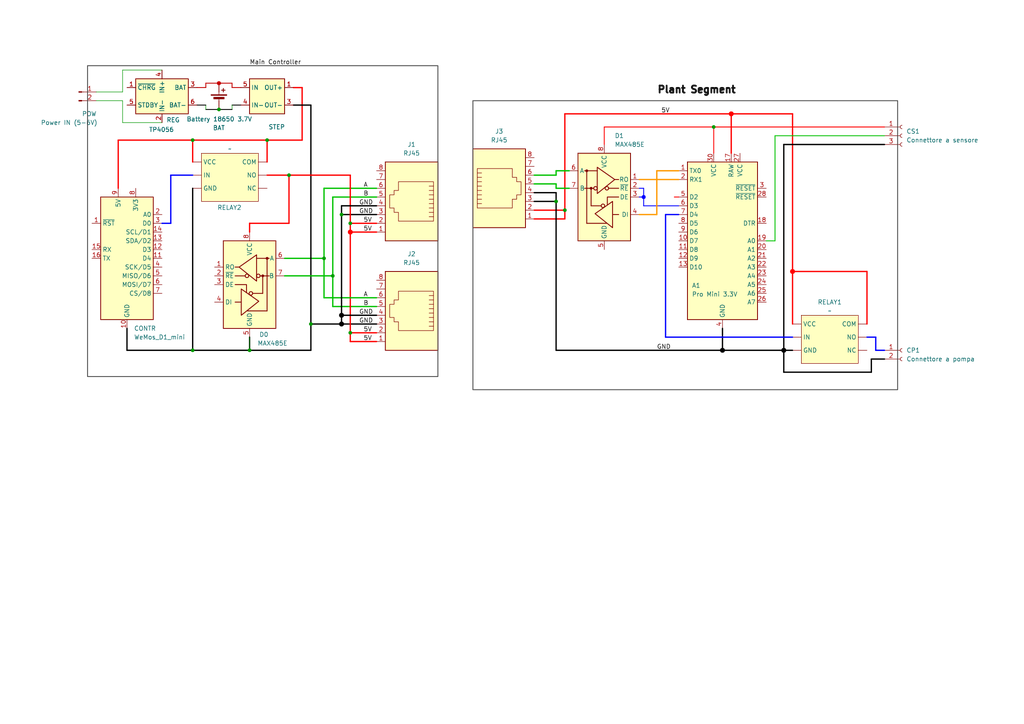
<source format=kicad_sch>
(kicad_sch (version 20231120) (generator "eeschema") (generator_version "8.0")
  (paper "A4")
  (lib_symbols
    (symbol "Connector:Conn_01x02_Pin" (pin_names (offset 1.016) hide)
      (property "Reference" "J" (at 0 2.54 0))
      (property "Value" "Conn_01x02_Pin" (at 0 -5.08 0))
      (symbol "Conn_01x02_Pin_1_1"
        (polyline (pts (xy 1.27 -2.54) (xy 0.8636 -2.54)) (stroke (width 0.1524)))
        (polyline (pts (xy 1.27 0) (xy 0.8636 0)) (stroke (width 0.1524)))
        (rectangle (start 0.8636 -2.413) (end 0 -2.667) (stroke (width 0.1524)) (fill (type outline)))
        (rectangle (start 0.8636 0.127) (end 0 -0.127) (stroke (width 0.1524)) (fill (type outline)))
        (pin passive line (at 5.08 0 180) (length 3.81) (name "Pin_1") (number "1"))
        (pin passive line (at 5.08 -2.54 180) (length 3.81) (name "Pin_2") (number "2"))
      )
    )
    (symbol "Connector:Conn_01x02_Socket" (pin_names (offset 1.016) hide)
      (property "Reference" "J" (at 0 2.54 0))
      (property "Value" "Conn_01x02_Socket" (at 0 -5.08 0))
      (symbol "Conn_01x02_Socket_1_1"
        (arc (start 0 -2.032) (mid -0.5058 -2.54) (end 0 -3.048) (stroke (width 0.1524)))
        (polyline (pts (xy -1.27 -2.54) (xy -0.508 -2.54)) (stroke (width 0.1524)))
        (polyline (pts (xy -1.27 0) (xy -0.508 0)) (stroke (width 0.1524)))
        (arc (start 0 0.508) (mid -0.5058 0) (end 0 -0.508) (stroke (width 0.1524)))
        (pin passive line (at -5.08 0 0) (length 3.81) (name "Pin_1") (number "1"))
        (pin passive line (at -5.08 -2.54 0) (length 3.81) (name "Pin_2") (number "2"))
      )
    )
    (symbol "Connector:Conn_01x03_Socket" (pin_names (offset 1.016) hide)
      (property "Reference" "J" (at 0 5.08 0))
      (property "Value" "Conn_01x03_Socket" (at 0 -5.08 0))
      (symbol "Conn_01x03_Socket_1_1"
        (arc (start 0 -2.032) (mid -0.5058 -2.54) (end 0 -3.048) (stroke (width 0.1524)))
        (polyline (pts (xy -1.27 -2.54) (xy -0.508 -2.54)) (stroke (width 0.1524)))
        (polyline (pts (xy -1.27 0) (xy -0.508 0)) (stroke (width 0.1524)))
        (polyline (pts (xy -1.27 2.54) (xy -0.508 2.54)) (stroke (width 0.1524)))
        (arc (start 0 0.508) (mid -0.5058 0) (end 0 -0.508) (stroke (width 0.1524)))
        (arc (start 0 3.048) (mid -0.5058 2.54) (end 0 2.032) (stroke (width 0.1524)))
        (pin passive line (at -5.08 2.54 0) (length 3.81) (name "Pin_1") (number "1"))
        (pin passive line (at -5.08 0 0) (length 3.81) (name "Pin_2") (number "2"))
        (pin passive line (at -5.08 -2.54 0) (length 3.81) (name "Pin_3") (number "3"))
      )
    )
    (symbol "Connector:RJ45" (pin_names (offset 1.016))
      (property "Reference" "J" (at -5.08 13.97 0))
      (property "Value" "RJ45" (at 2.54 13.97 0))
      (symbol "RJ45_0_1"
        (polyline (pts (xy -5.08 4.445) (xy -6.35 4.445)))
        (polyline (pts (xy -5.08 5.715) (xy -6.35 5.715)))
        (polyline (pts (xy -6.35 -3.175) (xy -5.08 -3.175) (xy -5.08 -3.175)))
        (polyline (pts (xy -6.35 -1.905) (xy -5.08 -1.905) (xy -5.08 -1.905)))
        (polyline (pts (xy -6.35 -0.635) (xy -5.08 -0.635) (xy -5.08 -0.635)))
        (polyline (pts (xy -6.35 0.635) (xy -5.08 0.635) (xy -5.08 0.635)))
        (polyline (pts (xy -6.35 1.905) (xy -5.08 1.905) (xy -5.08 1.905)))
        (polyline (pts (xy -5.08 3.175) (xy -6.35 3.175) (xy -6.35 3.175)))
        (polyline (pts (xy -6.35 -4.445) (xy -6.35 6.985) (xy 3.81 6.985) (xy 3.81 4.445) (xy 5.08 4.445) (xy 5.08 3.175) (xy 6.35 3.175) (xy 6.35 -0.635) (xy 5.08 -0.635) (xy 5.08 -1.905) (xy 3.81 -1.905) (xy 3.81 -4.445) (xy -6.35 -4.445) (xy -6.35 -4.445)))
        (rectangle (start 7.62 12.7) (end -7.62 -10.16) (stroke (width 0.254)) (fill (type background)))
      )
      (symbol "RJ45_1_1"
        (pin passive line (at 10.16 -7.62 180) (length 2.54) (name "~") (number "1"))
        (pin passive line (at 10.16 -5.08 180) (length 2.54) (name "~") (number "2"))
        (pin passive line (at 10.16 -2.54 180) (length 2.54) (name "~") (number "3"))
        (pin passive line (at 10.16 0 180) (length 2.54) (name "~") (number "4"))
        (pin passive line (at 10.16 2.54 180) (length 2.54) (name "~") (number "5"))
        (pin passive line (at 10.16 5.08 180) (length 2.54) (name "~") (number "6"))
        (pin passive line (at 10.16 7.62 180) (length 2.54) (name "~") (number "7"))
        (pin passive line (at 10.16 10.16 180) (length 2.54) (name "~") (number "8"))
      )
    )
    (symbol "Device:Battery_Cell" (pin_numbers hide) (pin_names (offset 0) hide)
      (property "Reference" "BT" (at 2.54 2.54 0))
      (property "Value" "Battery_Cell" (at 2.54 0 0))
      (symbol "Battery_Cell_0_1"
        (rectangle (start -2.286 1.778) (end 2.286 1.524) (fill (type outline)))
        (rectangle (start -1.524 1.016) (end 1.524 0.508) (fill (type outline)))
        (polyline (pts (xy 0 0.762) (xy 0 0)))
        (polyline (pts (xy 0 1.778) (xy 0 2.54)))
        (polyline (pts (xy 0.762 3.048) (xy 1.778 3.048)) (stroke (width 0.254)))
        (polyline (pts (xy 1.27 3.556) (xy 1.27 2.54)) (stroke (width 0.254)))
      )
      (symbol "Battery_Cell_1_1"
        (pin passive line (at 0 5.08 270) (length 2.54) (name "+") (number "1"))
        (pin passive line (at 0 -2.54 90) (length 2.54) (name "-") (number "2"))
      )
    )
    (symbol "Interface_UART:MAX485E"
      (property "Reference" "U" (at -6.985 13.97 0))
      (property "Value" "MAX485E" (at 1.905 13.97 0))
      (symbol "MAX485E_0_1"
        (rectangle (start -7.62 12.7) (end 7.62 -12.7) (stroke (width 0.254)) (fill (type background)))
        (polyline (pts (xy -4.191 2.54) (xy -1.27 2.54)) (stroke (width 0.254)))
        (polyline (pts (xy -2.54 -5.08) (xy -4.191 -5.08)) (stroke (width 0.254)))
        (polyline (pts (xy -0.635 -7.62) (xy 5.08 -7.62)) (stroke (width 0.254)))
        (polyline (pts (xy 0.889 -2.54) (xy 3.81 -2.54)) (stroke (width 0.254)))
        (polyline (pts (xy 2.032 7.62) (xy 5.715 7.62)) (stroke (width 0.254)))
        (polyline (pts (xy 3.048 2.54) (xy 5.715 2.54)) (stroke (width 0.254)))
        (polyline (pts (xy 3.81 -2.54) (xy 3.81 2.54)) (stroke (width 0.254)))
        (polyline (pts (xy 5.08 -7.62) (xy 5.08 7.62)) (stroke (width 0.254)))
        (polyline (pts (xy -4.191 0) (xy -0.889 0) (xy -0.889 -2.286)) (stroke (width 0.254)))
        (polyline (pts (xy -3.175 5.08) (xy -4.191 5.08) (xy -4.064 5.08)) (stroke (width 0.254)))
        (polyline (pts (xy -2.413 -5.08) (xy -2.413 -1.27) (xy 2.667 -4.826) (xy -2.413 -8.89) (xy -2.413 -5.08)) (stroke (width 0.254)))
        (circle (center 0.381 -2.54) (radius 0.508) (stroke (width 0.254)))
        (circle (center 3.81 2.54) (radius 0.2794) (stroke (width 0.254)) (fill (type outline)))
      )
      (symbol "MAX485E_1_1"
        (circle (center -0.762 2.54) (radius 0.508) (stroke (width 0.254)))
        (polyline (pts (xy 2.032 4.826) (xy 2.032 8.636) (xy -3.048 5.08) (xy 2.032 1.016) (xy 2.032 4.826)) (stroke (width 0.254)))
        (circle (center 2.54 2.54) (radius 0.508) (stroke (width 0.254)))
        (circle (center 5.08 7.62) (radius 0.2794) (stroke (width 0.254)) (fill (type outline)))
        (pin output line (at -10.16 5.08 0) (length 2.54) (name "RO") (number "1"))
        (pin input line (at -10.16 2.54 0) (length 2.54) (name "~{RE}") (number "2"))
        (pin input line (at -10.16 0 0) (length 2.54) (name "DE") (number "3"))
        (pin input line (at -10.16 -5.08 0) (length 2.54) (name "DI") (number "4"))
        (pin power_in line (at 0 -15.24 90) (length 2.54) (name "GND") (number "5"))
        (pin bidirectional line (at 10.16 7.62 180) (length 2.54) (name "A") (number "6"))
        (pin bidirectional line (at 10.16 2.54 180) (length 2.54) (name "B") (number "7"))
        (pin power_in line (at 0 15.24 270) (length 2.54) (name "VCC") (number "8"))
      )
    )
    (symbol "MCU_Module:Arduino_Nano_Every"
      (property "Reference" "A" (at -10.16 23.495 0))
      (property "Value" "Pro Mini 3.3V" (at 5.08 -24.13 0))
      (symbol "Arduino_Nano_Every_0_1"
        (rectangle (start -10.16 22.86) (end 10.16 -22.86) (stroke (width 0.254)) (fill (type background)))
      )
      (symbol "Arduino_Nano_Every_1_1"
        (pin bidirectional line (at -12.7 20.32 0) (length 2.54) (name "TX0") (number "1"))
        (pin bidirectional line (at -12.7 0 0) (length 2.54) (name "D7") (number "10"))
        (pin bidirectional line (at -12.7 -2.54 0) (length 2.54) (name "D8") (number "11"))
        (pin bidirectional line (at -12.7 -5.08 0) (length 2.54) (name "D9") (number "12"))
        (pin bidirectional line (at -12.7 -7.62 0) (length 2.54) (name "D10") (number "13"))
        (pin power_in line (at 2.54 25.4 270) (length 2.54) (name "RAW") (number "17"))
        (pin input line (at 12.7 5.08 180) (length 2.54) (name "DTR") (number "18"))
        (pin bidirectional line (at 12.7 0 180) (length 2.54) (name "A0") (number "19"))
        (pin bidirectional line (at -12.7 17.78 0) (length 2.54) (name "RX1") (number "2"))
        (pin bidirectional line (at 12.7 -2.54 180) (length 2.54) (name "A1") (number "20"))
        (pin bidirectional line (at 12.7 -5.08 180) (length 2.54) (name "A2") (number "21"))
        (pin bidirectional line (at 12.7 -7.62 180) (length 2.54) (name "A3") (number "22"))
        (pin bidirectional line (at 12.7 -10.16 180) (length 2.54) (name "A4") (number "23"))
        (pin bidirectional line (at 12.7 -12.7 180) (length 2.54) (name "A5") (number "24"))
        (pin bidirectional line (at 12.7 -15.24 180) (length 2.54) (name "A6") (number "25"))
        (pin bidirectional line (at 12.7 -17.78 180) (length 2.54) (name "A7") (number "26"))
        (pin power_out line (at 5.08 25.4 270) (length 2.54) (name "VCC") (number "27"))
        (pin input line (at 12.7 12.7 180) (length 2.54) (name "~{RESET}") (number "28"))
        (pin passive line (at 0 -25.4 90) (length 2.54) hide (name "GND") (number "29"))
        (pin input line (at 12.7 15.24 180) (length 2.54) (name "~{RESET}") (number "3"))
        (pin power_in line (at -2.54 25.4 270) (length 2.54) (name "VCC") (number "30"))
        (pin power_in line (at 0 -25.4 90) (length 2.54) (name "GND") (number "4"))
        (pin bidirectional line (at -12.7 12.7 0) (length 2.54) (name "D2") (number "5"))
        (pin bidirectional line (at -12.7 10.16 0) (length 2.54) (name "D3") (number "6"))
        (pin bidirectional line (at -12.7 7.62 0) (length 2.54) (name "D4") (number "7"))
        (pin bidirectional line (at -12.7 5.08 0) (length 2.54) (name "D5") (number "8"))
        (pin bidirectional line (at -12.7 2.54 0) (length 2.54) (name "D6") (number "9"))
      )
    )
    (symbol "MCU_Module:WeMos_D1_mini"
      (property "Reference" "U" (at 3.81 19.05 0))
      (property "Value" "WeMos_D1_mini" (at 1.27 -19.05 0))
      (symbol "WeMos_D1_mini_1_1"
        (rectangle (start -7.62 17.78) (end 7.62 -17.78) (stroke (width 0.254)) (fill (type background)))
        (pin input line (at -10.16 10.16 0) (length 2.54) (name "~{RST}") (number "1"))
        (pin power_in line (at 0 -20.32 90) (length 2.54) (name "GND") (number "10"))
        (pin bidirectional line (at 10.16 0 180) (length 2.54) (name "D4") (number "11"))
        (pin bidirectional line (at 10.16 2.54 180) (length 2.54) (name "D3") (number "12"))
        (pin bidirectional line (at 10.16 5.08 180) (length 2.54) (name "SDA/D2") (number "13"))
        (pin bidirectional line (at 10.16 7.62 180) (length 2.54) (name "SCL/D1") (number "14"))
        (pin input line (at -10.16 2.54 0) (length 2.54) (name "RX") (number "15"))
        (pin output line (at -10.16 0 0) (length 2.54) (name "TX") (number "16"))
        (pin input line (at 10.16 12.7 180) (length 2.54) (name "A0") (number "2"))
        (pin bidirectional line (at 10.16 10.16 180) (length 2.54) (name "D0") (number "3"))
        (pin bidirectional line (at 10.16 -2.54 180) (length 2.54) (name "SCK/D5") (number "4"))
        (pin bidirectional line (at 10.16 -5.08 180) (length 2.54) (name "MISO/D6") (number "5"))
        (pin bidirectional line (at 10.16 -7.62 180) (length 2.54) (name "MOSI/D7") (number "6"))
        (pin bidirectional line (at 10.16 -10.16 180) (length 2.54) (name "CS/D8") (number "7"))
        (pin power_out line (at 2.54 20.32 270) (length 2.54) (name "3V3") (number "8"))
        (pin power_in line (at -2.54 20.32 270) (length 2.54) (name "5V") (number "9"))
      )
    )
    (symbol "MT3608_1"
      (property "Reference" "STEP" (at 0 10.16 0))
      (property "Value" "MT3608" (at 0 7.62 0))
      (symbol "MT3608_1_0_1"
        (rectangle (start -5.08 5.08) (end 5.08 -5.08) (stroke (width 0.254)) (fill (type background)))
      )
      (symbol "MT3608_1_1_1"
        (pin power_out line (at 7.62 2.54 180) (length 2.54) (name "OUT+") (number "1"))
        (pin power_out line (at 7.62 -2.54 180) (length 2.54) (name "OUT-") (number "3"))
        (pin power_in line (at -7.62 -2.54 0) (length 2.54) (name "IN-") (number "4"))
        (pin power_in line (at -7.62 2.54 0) (length 2.54) (name "IN") (number "5"))
        (pin no_connect line (at 5.08 0 180) (length 2.54) hide (name "NC") (number "6"))
      )
    )
    (symbol "Relay:Relay"
      (property "Reference" "RELAY" (at 2.54 7.62 0))
      (symbol "Relay_1_1"
        (rectangle (start -5.08 6.35) (end 11.43 -7.62) (fill (type background)))
        (pin output line (at 13.97 3.81 180) (length 2.54) (name "COM") (number ""))
        (pin power_in line (at -7.62 -3.81 0) (length 2.54) (name "GND") (number ""))
        (pin input line (at -7.62 0 0) (length 2.54) (name "IN") (number ""))
        (pin output line (at 13.97 -3.81 180) (length 2.54) (name "NC") (number ""))
        (pin output line (at 13.97 0 180) (length 2.54) (name "NO") (number ""))
        (pin power_in line (at -7.62 3.81 0) (length 2.54) (name "VCC") (number ""))
      )
    )
    (symbol "TP4057_1"
      (property "Reference" "U" (at -6.35 6.604 0))
      (property "Value" "TP4057" (at 1.524 6.604 0))
      (symbol "TP4057_1_0_1"
        (rectangle (start -7.62 5.08) (end 7.62 -5.08) (stroke (width 0.254)) (fill (type background)))
      )
      (symbol "TP4057_1_1_1"
        (pin open_collector line (at -10.16 2.54 0) (length 2.54) (name "~{CHRG}") (number "1"))
        (pin power_in line (at 0 -7.62 90) (length 2.54) (name "IN-") (number "2"))
        (pin power_out line (at 10.16 2.54 180) (length 2.54) (name "BAT") (number "3"))
        (pin power_in line (at 0 7.62 270) (length 2.54) (name "IN+") (number "4"))
        (pin open_collector line (at -10.16 -2.54 0) (length 2.54) (name "STDBY") (number "5"))
        (pin passive line (at 10.16 -2.54 180) (length 2.54) (name "BAT-") (number "6"))
      )
    )
  )
  (junction (at 163.83 60.96))
  (junction (at 229.87 78.74) (diameter 1.27) (color 255 0 0 1))
  (junction (at 63.5 24.13) (diameter 1.016) (color 194 0 0 1))
  (junction (at 212.09 33.02) (diameter 1.27) (color 255 0 0 1))
  (junction (at 186.69 57.15) (diameter 1.016) (color 0 0 255 1))
  (junction (at 55.88 40.64))
  (junction (at 72.39 101.6))
  (junction (at 227.33 101.6) (diameter 1.27) (color 0 0 0 1))
  (junction (at 101.6 67.31) (diameter 1.27) (color 255 0 0 1))
  (junction (at 161.29 58.42))
  (junction (at 101.6 64.77))
  (junction (at 55.88 101.6))
  (junction (at 93.98 74.93))
  (junction (at 99.06 62.23))
  (junction (at 207.01 36.83))
  (junction (at 99.06 91.44) (diameter 1.27) (color 0 0 0 1))
  (junction (at 90.17 93.98))
  (junction (at 99.06 93.98) (diameter 1.27) (color 0 0 0 1))
  (junction (at 63.5 31.75))
  (junction (at 96.52 80.01))
  (junction (at 77.47 40.64))
  (junction (at 101.6 96.52))
  (junction (at 83.82 50.8))
  (junction (at 209.55 101.6) (diameter 1.27) (color 0 0 0 1))
  (wire (pts (xy 229.87 78.74) (xy 251.46 78.74)) (stroke (width 0.381) (color 255 0 0 1)))
  (wire (pts (xy 72.39 64.77) (xy 72.39 67.31)) (stroke (width 0.381) (color 255 0 0 1)))
  (wire (pts (xy 227.33 41.91) (xy 227.33 101.6)) (stroke (width 0.381) (color 0 0 0 1)))
  (wire (pts (xy 55.88 50.8) (xy 49.53 50.8)) (stroke (width 0.381) (color 0 0 255 1)))
  (wire (pts (xy 99.06 59.69) (xy 109.22 59.69)) (stroke (width 0.381) (color 0 0 0 1)))
  (wire (pts (xy 190.5 49.53) (xy 196.85 49.53)) (stroke (width 0.381) (color 255 153 0 1)))
  (wire (pts (xy 207.01 36.83) (xy 256.54 36.83)) (stroke (width 0.254) (color 255 0 0 1)))
  (wire (pts (xy 99.06 62.23) (xy 99.06 91.44)) (stroke (width 0.381) (color 0 0 0 1)))
  (wire (pts (xy 101.6 64.77) (xy 109.22 64.77)) (stroke (width 0.381) (color 255 0 0 1)))
  (wire (pts (xy 87.63 40.64) (xy 77.47 40.64)) (stroke (width 0.381) (color 255 0 0 1)))
  (wire (pts (xy 59.69 31.75) (xy 63.5 31.75)) (stroke (width 0.254) (color 0 0 0 1)))
  (wire (pts (xy 59.69 30.48) (xy 57.15 30.48)) (stroke (width 0.254) (color 0 0 0 1)))
  (wire (pts (xy 256.54 41.91) (xy 227.33 41.91)) (stroke (width 0.381) (color 0 0 0 1)))
  (wire (pts (xy 59.69 24.13) (xy 59.69 25.4)) (stroke (width 0.254) (color 194 0 0 1)))
  (wire (pts (xy 229.87 33.02) (xy 212.09 33.02)) (stroke (width 0.381) (color 255 0 0 1)))
  (wire (pts (xy 55.88 40.64) (xy 55.88 46.99)) (stroke (width 0.381) (color 255 0 0 1)))
  (wire (pts (xy 163.83 60.96) (xy 154.94 60.96)) (stroke (width 0.381) (color 255 0 0 1)))
  (wire (pts (xy 36.83 101.6) (xy 36.83 95.25)) (stroke (width 0.381) (color 0 0 0 1)))
  (wire (pts (xy 163.83 33.02) (xy 212.09 33.02)) (stroke (width 0.381) (color 255 0 0 1)))
  (wire (pts (xy 55.88 40.64) (xy 34.29 40.64)) (stroke (width 0.381) (color 255 0 0 1)))
  (wire (pts (xy 49.53 64.77) (xy 46.99 64.77)) (stroke (width 0.381) (color 0 0 255 1)))
  (wire (pts (xy 161.29 58.42) (xy 161.29 101.6)) (stroke (width 0.381) (color 0 0 0 1)))
  (wire (pts (xy 101.6 67.31) (xy 109.22 67.31)) (stroke (width 0.381) (color 255 0 0 1)))
  (wire (pts (xy 35.56 29.21) (xy 27.94 29.21)))
  (wire (pts (xy 72.39 101.6) (xy 90.17 101.6)) (stroke (width 0.381) (color 0 0 0 1)))
  (wire (pts (xy 96.52 57.15) (xy 109.22 57.15)) (stroke (width 0.381) (color 0 194 0 1)))
  (wire (pts (xy 67.31 30.48) (xy 69.85 30.48)) (stroke (width 0.254) (color 0 0 0 1)))
  (wire (pts (xy 193.04 97.79) (xy 193.04 62.23)) (stroke (width 0.381) (color 0 0 255 1)))
  (wire (pts (xy 99.06 91.44) (xy 99.06 93.98)) (stroke (width 0.381) (color 0 0 0 1)))
  (wire (pts (xy 49.53 50.8) (xy 49.53 64.77)) (stroke (width 0.381) (color 0 0 255 1)))
  (wire (pts (xy 161.29 58.42) (xy 161.29 55.88)) (stroke (width 0.381) (color 0 0 0 1)))
  (wire (pts (xy 83.82 50.8) (xy 83.82 64.77)) (stroke (width 0.381) (color 255 0 0 1)))
  (wire (pts (xy 55.88 101.6) (xy 36.83 101.6)) (stroke (width 0.381) (color 0 0 0 1)))
  (wire (pts (xy 163.83 60.96) (xy 163.83 63.5)) (stroke (width 0.381) (color 255 0 0 1)))
  (wire (pts (xy 99.06 93.98) (xy 109.22 93.98)) (stroke (width 0.381) (color 0 0 0 1)))
  (wire (pts (xy 67.31 31.75) (xy 67.31 30.48)))
  (wire (pts (xy 35.56 35.56) (xy 35.56 29.21)))
  (wire (pts (xy 154.94 53.34) (xy 161.29 53.34)) (stroke (width 0.381) (color 0 194 0 1)))
  (wire (pts (xy 77.47 40.64) (xy 55.88 40.64)) (stroke (width 0.381) (color 255 0 0 1)))
  (wire (pts (xy 186.69 57.15) (xy 186.69 54.61)) (stroke (width 0.254) (color 0 0 255 1)))
  (wire (pts (xy 67.31 25.4) (xy 67.31 24.13)) (stroke (width 0.254) (color 194 0 0 1)))
  (wire (pts (xy 90.17 30.48) (xy 90.17 93.98)) (stroke (width 0.381) (color 0 0 0 1)))
  (wire (pts (xy 154.94 50.8) (xy 161.29 50.8)) (stroke (width 0.381) (color 0 194 0 1)))
  (wire (pts (xy 82.55 74.93) (xy 93.98 74.93)) (stroke (width 0.381) (color 0 194 0 1)))
  (wire (pts (xy 161.29 50.8) (xy 161.29 49.53)) (stroke (width 0.381) (color 0 194 0 1)))
  (wire (pts (xy 93.98 74.93) (xy 93.98 86.36)) (stroke (width 0.381) (color 0 194 0 1)))
  (wire (pts (xy 96.52 80.01) (xy 96.52 88.9)) (stroke (width 0.381) (color 0 194 0 1)))
  (wire (pts (xy 63.5 31.75) (xy 67.31 31.75)) (stroke (width 0.254) (color 0 0 0 1)))
  (wire (pts (xy 161.29 53.34) (xy 161.29 54.61)) (stroke (width 0.381) (color 0 194 0 1)))
  (wire (pts (xy 72.39 101.6) (xy 72.39 97.79)) (stroke (width 0.381) (color 0 0 0 1)))
  (wire (pts (xy 101.6 64.77) (xy 101.6 67.31)) (stroke (width 0.381) (color 255 0 0 1)))
  (wire (pts (xy 85.09 30.48) (xy 90.17 30.48)) (stroke (width 0.381) (color 0 0 0 1)))
  (wire (pts (xy 59.69 31.75) (xy 59.69 30.48)))
  (wire (pts (xy 227.33 107.95) (xy 252.73 107.95)) (stroke (width 0.381) (color 0 0 0 1)))
  (wire (pts (xy 77.47 50.8) (xy 83.82 50.8)) (stroke (width 0.381) (color 255 0 0 1)))
  (wire (pts (xy 254 101.6) (xy 256.54 101.6)) (stroke (width 0.381) (color 0 0 255 1)))
  (wire (pts (xy 55.88 54.61) (xy 55.88 101.6)) (stroke (width 0.381) (color 0 0 0 1)))
  (wire (pts (xy 90.17 93.98) (xy 99.06 93.98)) (stroke (width 0.381) (color 0 0 0 1)))
  (wire (pts (xy 99.06 62.23) (xy 99.06 59.69)) (stroke (width 0.381) (color 0 0 0 1)))
  (wire (pts (xy 46.99 20.32) (xy 35.56 20.32)))
  (wire (pts (xy 35.56 26.67) (xy 27.94 26.67)))
  (wire (pts (xy 185.42 62.23) (xy 190.5 62.23)) (stroke (width 0.381) (color 255 153 0 1)))
  (wire (pts (xy 96.52 57.15) (xy 96.52 80.01)) (stroke (width 0.381) (color 0 194 0 1)))
  (wire (pts (xy 190.5 62.23) (xy 190.5 49.53)) (stroke (width 0.381) (color 255 153 0 1)))
  (wire (pts (xy 229.87 78.74) (xy 229.87 93.98)) (stroke (width 0.381) (color 255 0 0 1)))
  (wire (pts (xy 72.39 101.6) (xy 55.88 101.6)) (stroke (width 0.381) (color 0 0 0 1)))
  (wire (pts (xy 101.6 96.52) (xy 101.6 99.06)) (stroke (width 0.381) (color 255 0 0 1)))
  (wire (pts (xy 93.98 54.61) (xy 109.22 54.61)) (stroke (width 0.381) (color 0 194 0 1)))
  (wire (pts (xy 185.42 54.61) (xy 186.69 54.61)) (stroke (width 0.254) (color 0 0 255 1)))
  (wire (pts (xy 224.79 39.37) (xy 256.54 39.37)) (stroke (width 0.254) (color 0 194 0 1)))
  (wire (pts (xy 186.69 59.69) (xy 186.69 57.15)) (stroke (width 0.254) (color 0 0 255 1)))
  (wire (pts (xy 83.82 50.8) (xy 101.6 50.8)) (stroke (width 0.381) (color 255 0 0 1)))
  (wire (pts (xy 227.33 107.95) (xy 227.33 101.6)) (stroke (width 0.381) (color 0 0 0 1)))
  (wire (pts (xy 83.82 64.77) (xy 72.39 64.77)) (stroke (width 0.381) (color 255 0 0 1)))
  (wire (pts (xy 72.39 101.6) (xy 72.39 97.79)))
  (wire (pts (xy 193.04 97.79) (xy 229.87 97.79)) (stroke (width 0.381) (color 0 0 255 1)))
  (wire (pts (xy 35.56 20.32) (xy 35.56 26.67)))
  (wire (pts (xy 96.52 88.9) (xy 109.22 88.9)) (stroke (width 0.381) (color 0 194 0 1)))
  (wire (pts (xy 207.01 36.83) (xy 207.01 44.45)) (stroke (width 0.254) (color 255 0 0 1)))
  (wire (pts (xy 46.99 35.56) (xy 35.56 35.56)))
  (wire (pts (xy 93.98 86.36) (xy 109.22 86.36)) (stroke (width 0.381) (color 0 194 0 1)))
  (wire (pts (xy 101.6 96.52) (xy 109.22 96.52)) (stroke (width 0.381) (color 255 0 0 1)))
  (wire (pts (xy 193.04 62.23) (xy 196.85 62.23)) (stroke (width 0.381) (color 0 0 255 1)))
  (wire (pts (xy 195.58 57.15) (xy 196.85 57.15)) (stroke (width 0.254) (color 255 0 0 1)))
  (wire (pts (xy 101.6 99.06) (xy 109.22 99.06)) (stroke (width 0.381) (color 255 0 0 1)))
  (wire (pts (xy 209.55 101.6) (xy 227.33 101.6)) (stroke (width 0.381) (color 0 0 0 1)))
  (wire (pts (xy 82.55 80.01) (xy 96.52 80.01)) (stroke (width 0.381) (color 0 194 0 1)))
  (wire (pts (xy 163.83 33.02) (xy 163.83 60.96)) (stroke (width 0.381) (color 255 0 0 1)))
  (wire (pts (xy 212.09 33.02) (xy 212.09 44.45)) (stroke (width 0.381) (color 255 0 0 1)))
  (wire (pts (xy 161.29 55.88) (xy 154.94 55.88)) (stroke (width 0.381) (color 0 0 0 1)))
  (wire (pts (xy 101.6 50.8) (xy 101.6 64.77)) (stroke (width 0.381) (color 255 0 0 1)))
  (wire (pts (xy 93.98 54.61) (xy 93.98 74.93)) (stroke (width 0.381) (color 0 194 0 1)))
  (wire (pts (xy 161.29 49.53) (xy 165.1 49.53)) (stroke (width 0.381) (color 0 194 0 1)))
  (wire (pts (xy 77.47 40.64) (xy 77.47 46.99)) (stroke (width 0.381) (color 255 0 0 1)))
  (wire (pts (xy 101.6 67.31) (xy 101.6 96.52)) (stroke (width 0.381) (color 255 0 0 1)))
  (wire (pts (xy 251.46 78.74) (xy 251.46 93.98)) (stroke (width 0.381) (color 255 0 0 1)))
  (wire (pts (xy 227.33 101.6) (xy 229.87 101.6)) (stroke (width 0.381) (color 0 0 0 1)))
  (wire (pts (xy 185.42 52.07) (xy 196.85 52.07)) (stroke (width 0.381) (color 255 153 0 1)))
  (wire (pts (xy 161.29 101.6) (xy 209.55 101.6)) (stroke (width 0.381) (color 0 0 0 1)))
  (wire (pts (xy 87.63 25.4) (xy 87.63 40.64)) (stroke (width 0.381) (color 255 0 0 1)))
  (wire (pts (xy 99.06 62.23) (xy 109.22 62.23)) (stroke (width 0.381) (color 0 0 0 1)))
  (wire (pts (xy 224.79 69.85) (xy 224.79 39.37)) (stroke (width 0.254) (color 0 194 0 1)))
  (wire (pts (xy 154.94 58.42) (xy 161.29 58.42)) (stroke (width 0.381) (color 0 0 0 1)))
  (wire (pts (xy 229.87 33.02) (xy 229.87 78.74)) (stroke (width 0.381) (color 255 0 0 1)))
  (wire (pts (xy 67.31 25.4) (xy 69.85 25.4)) (stroke (width 0.254) (color 194 0 0 1)))
  (wire (pts (xy 185.42 57.15) (xy 186.69 57.15)) (stroke (width 0.254) (color 0 0 255 1)))
  (wire (pts (xy 99.06 91.44) (xy 109.22 91.44)) (stroke (width 0.381) (color 0 0 0 1)))
  (wire (pts (xy 163.83 63.5) (xy 154.94 63.5)) (stroke (width 0.381) (color 255 0 0 1)))
  (wire (pts (xy 59.69 25.4) (xy 57.15 25.4)) (stroke (width 0.254) (color 194 0 0 1)))
  (wire (pts (xy 87.63 25.4) (xy 85.09 25.4)) (stroke (width 0.381) (color 255 0 0 1)))
  (wire (pts (xy 175.26 36.83) (xy 175.26 41.91)) (stroke (width 0.254) (color 255 0 0 1)))
  (wire (pts (xy 252.73 104.14) (xy 256.54 104.14)) (stroke (width 0.381) (color 0 0 0 1)))
  (wire (pts (xy 222.25 69.85) (xy 224.79 69.85)) (stroke (width 0.254) (color 0 194 0 1)))
  (wire (pts (xy 59.69 24.13) (xy 63.5 24.13)) (stroke (width 0.254) (color 194 0 0 1)))
  (wire (pts (xy 34.29 40.64) (xy 34.29 54.61)) (stroke (width 0.381) (color 255 0 0 1)))
  (wire (pts (xy 209.55 95.25) (xy 209.55 101.6)) (stroke (width 0.381) (color 0 0 0 1)))
  (wire (pts (xy 254 97.79) (xy 254 101.6)) (stroke (width 0.381) (color 0 0 255 1)))
  (wire (pts (xy 90.17 101.6) (xy 90.17 93.98)) (stroke (width 0.381) (color 0 0 0 1)))
  (wire (pts (xy 161.29 54.61) (xy 165.1 54.61)) (stroke (width 0.381) (color 0 194 0 1)))
  (wire (pts (xy 252.73 107.95) (xy 252.73 104.14)) (stroke (width 0.381) (color 0 0 0 1)))
  (wire (pts (xy 175.26 36.83) (xy 207.01 36.83)) (stroke (width 0.254) (color 255 0 0 1)))
  (wire (pts (xy 251.46 97.79) (xy 254 97.79)) (stroke (width 0.381) (color 0 0 255 1)))
  (wire (pts (xy 186.69 59.69) (xy 196.85 59.69)) (stroke (width 0.254) (color 0 0 255 1)))
  (wire (pts (xy 63.5 24.13) (xy 67.31 24.13)) (stroke (width 0.254) (color 194 0 0 1)))
  (rectangle (start 137.16 29.21) (end 260.35 113.03) (stroke (width 0.254) (color 72 72 72 1)))
  (rectangle (start 25.4 19.05) (end 127 109.22) (stroke (width 0.254) (color 72 72 72 1)))
  (label "5V" (at 105.41 67.31 0))
  (label "B" (at 105.41 57.15 0))
  (label "GND" (at 104.14 62.23 0))
  (label "A" (at 105.41 86.36 0))
  (label "5V" (at 105.41 99.06 0))
  (label "B" (at 105.41 88.9 0))
  (label "GND" (at 104.14 59.69 0))
  (label "GND" (at 104.14 93.98 0))
  (label "GND" (at 104.14 91.44 0))
  (label "Plant Segment" (at 190.5 27.94 0) (effects (font (size 2.032 2.032) (thickness 0.508) (bold yes))))
  (label "A" (at 105.41 54.61 0))
  (label "Main Controller" (at 72.39 19.05 0))
  (label "GND" (at 190.5 101.6 0))
  (label "5V" (at 105.41 96.52 0))
  (label "5V" (at 191.77 33.02 0))
  (label "5V" (at 105.41 64.77 0))
  (symbol (lib_id "Connector:Conn_01x02_Socket") (at 261.62 101.6 0) (unit 1)
    (property "Reference" "CP1" (at 262.89 101.5999 0) (effects (justify left)))
    (property "Value" "Connettore a pompa" (at 262.89 104.1399 0) (effects (justify left)))
    (property "Description" "Generic connector, single row, 01x02, script generated" (effects (hide yes)))
  )
  (symbol (lib_id "Interface_UART:MAX485E") (at 175.26 57.15 0) (mirror y) (unit 1)
    (property "Reference" "D1" (at 178.2765 39.37 0) (effects (justify right)))
    (property "Value" "MAX485E" (at 178.2765 41.91 0) (effects (justify right)))
    (property "Footprint" "Package_SO:SOIC-8_3.9x4.9mm_P1.27mm" (effects (hide yes)))
    (property "Datasheet" "https://datasheets.maximintegrated.com/en/ds/MAX1487E-MAX491E.pdf" (effects (hide yes)))
    (property "Description" "Half duplex RS-485/RS-422, 2.5 Mbps, ±15kV electro-static discharge (ESD) protection, no slew-rate, no low-power shutdown, with receiver/driver enable, 32 receiver drive capability, DIP-8 and SOIC-8" (effects (hide yes)))
  )
  (symbol (lib_id "MCU_Module:WeMos_D1_mini") (at 36.83 74.93 0) (unit 1)
    (property "Reference" "CONTR" (at 38.862 95.25 0) (effects (justify left)))
    (property "Value" "WeMos_D1_mini" (at 38.862 97.79 0) (effects (justify left)))
    (property "Footprint" "Module:WEMOS_D1_mini_light" (effects (hide yes)))
    (property "Datasheet" "https://wiki.wemos.cc/products:d1:d1_mini#documentation" (effects (hide yes)))
    (property "Description" "32-bit microcontroller module with WiFi" (effects (hide yes)))
  )
  (symbol (lib_id "Connector:Conn_01x02_Pin") (at 22.86 26.67 0) (unit 1)
    (property "Reference" "POW" (at 25.908 33.02 0))
    (property "Value" "Power IN (5-6V)" (at 20.066 35.56 0))
    (property "Description" "Generic connector, single row, 01x02, script generated" (effects (hide yes)))
  )
  (symbol (lib_id "Connector:Conn_01x03_Socket") (at 261.62 39.37 0) (unit 1)
    (property "Reference" "CS1" (at 262.89 38.0999 0) (effects (justify left)))
    (property "Value" "Connettore a sensore" (at 262.89 40.6399 0) (effects (justify left)))
    (property "Description" "Generic connector, single row, 01x03, script generated" (effects (hide yes)))
  )
  (symbol (lib_id "Device:Battery_Cell") (at 63.5 29.21 0) (unit 1)
    (property "Reference" "BAT" (at 61.722 37.084 0) (effects (justify left)))
    (property "Value" "Battery 18650 3.7V" (at 54.102 34.544 0) (effects (justify left)))
    (property "Description" "Single-cell battery" (effects (hide yes)))
  )
  (symbol (lib_id "Interface_UART:MAX485E") (at 72.39 82.55 0) (unit 1)
    (property "Reference" "D0" (at 75.184 97.028 0) (effects (justify left)))
    (property "Value" "MAX485E" (at 74.676 99.568 0) (effects (justify left)))
    (property "Footprint" "Package_SO:SOIC-8_3.9x4.9mm_P1.27mm" (effects (hide yes)))
    (property "Datasheet" "https://datasheets.maximintegrated.com/en/ds/MAX1487E-MAX491E.pdf" (effects (hide yes)))
    (property "Description" "Half duplex RS-485/RS-422, 2.5 Mbps, ±15kV electro-static discharge (ESD) protection, no slew-rate, no low-power shutdown, with receiver/driver enable, 32 receiver drive capability, DIP-8 and SOIC-8" (effects (hide yes)))
  )
  (symbol (lib_id "Connector:RJ45") (at 144.78 55.88 0) (unit 1)
    (property "Reference" "J3" (at 144.78 38.1 0))
    (property "Value" "RJ45" (at 144.78 40.64 0))
    (property "Description" "RJ connector, 8P8C (8 positions 8 connected)" (effects (hide yes)))
  )
  (symbol (lib_id "Relay:Relay") (at 237.49 97.79 0) (unit 1)
    (property "Reference" "RELAY1" (at 240.665 87.63 0))
    (property "Value" "~" (at 240.665 90.17 0))
  )
  (symbol (lib_id "Connector:RJ45") (at 119.38 59.69 0) (mirror y) (unit 1)
    (property "Reference" "J1" (at 119.38 41.91 0))
    (property "Value" "RJ45" (at 119.38 44.45 0))
    (property "Description" "RJ connector, 8P8C (8 positions 8 connected)" (effects (hide yes)))
  )
  (symbol (lib_name "MT3608_1") (lib_id "Regulator_Switching:MT3608") (at 77.47 27.94 0) (unit 1)
    (property "Reference" "STEP" (at 80.264 36.83 0))
    (property "Value" "MT3608" (effects (hide yes)))
    (property "Footprint" "Package_TO_SOT_SMD:SOT-23-6" (effects (hide yes)))
    (property "Datasheet" "https://www.olimex.com/Products/Breadboarding/BB-PWR-3608/resources/MT3608.pdf" (effects (hide yes)))
    (property "Description" "High Efficiency 1.2MHz 2A Step Up Converter, 2-24V Vin, 28V Vout, 4A current limit, 1.2MHz, SOT23-6" (effects (hide yes)))
  )
  (symbol (lib_id "Connector:RJ45") (at 119.38 91.44 0) (mirror y) (unit 1)
    (property "Reference" "J2" (at 119.38 73.66 0))
    (property "Value" "RJ45" (at 119.38 76.2 0))
    (property "Description" "RJ connector, 8P8C (8 positions 8 connected)" (effects (hide yes)))
  )
  (symbol (lib_name "TP4057_1") (lib_id "Battery_Management:TP4057") (at 46.99 27.94 0) (unit 1)
    (property "Reference" "REG" (at 48.26 34.798 0) (effects (justify left)))
    (property "Value" "TP4056" (at 43.18 37.592 0) (effects (justify left)))
    (property "Footprint" "Package_TO_SOT_SMD:TSOT-23-5" (effects (hide yes)))
  )
  (symbol (lib_name "Relay:Relay") (lib_id "Relay:Relay") (at 63.5 50.8 0) (unit 1)
    (property "Reference" "RELAY2" (at 66.548 60.198 0))
    (property "Value" "~" (at 66.675 43.18 0))
  )
  (symbol (lib_id "MCU_Module:Arduino_Nano_Every") (at 209.55 69.85 0) (unit 1)
    (property "Reference" "A1" (at 200.66 82.804 0) (effects (justify left)))
    (property "Value" "Pro Mini 3.3V" (at 200.66 85.344 0) (effects (justify left)))
  )
)
</source>
